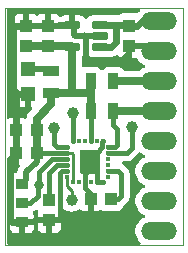
<source format=gbr>
%TF.GenerationSoftware,KiCad,Pcbnew,7.0.1*%
%TF.CreationDate,2023-08-30T00:37:41-03:00*%
%TF.ProjectId,PCB-MPU-9150,5043422d-4d50-4552-9d39-3135302e6b69,rev?*%
%TF.SameCoordinates,Original*%
%TF.FileFunction,Copper,L1,Top*%
%TF.FilePolarity,Positive*%
%FSLAX46Y46*%
G04 Gerber Fmt 4.6, Leading zero omitted, Abs format (unit mm)*
G04 Created by KiCad (PCBNEW 7.0.1) date 2023-08-30 00:37:41*
%MOMM*%
%LPD*%
G01*
G04 APERTURE LIST*
G04 Aperture macros list*
%AMRoundRect*
0 Rectangle with rounded corners*
0 $1 Rounding radius*
0 $2 $3 $4 $5 $6 $7 $8 $9 X,Y pos of 4 corners*
0 Add a 4 corners polygon primitive as box body*
4,1,4,$2,$3,$4,$5,$6,$7,$8,$9,$2,$3,0*
0 Add four circle primitives for the rounded corners*
1,1,$1+$1,$2,$3*
1,1,$1+$1,$4,$5*
1,1,$1+$1,$6,$7*
1,1,$1+$1,$8,$9*
0 Add four rect primitives between the rounded corners*
20,1,$1+$1,$2,$3,$4,$5,0*
20,1,$1+$1,$4,$5,$6,$7,0*
20,1,$1+$1,$6,$7,$8,$9,0*
20,1,$1+$1,$8,$9,$2,$3,0*%
G04 Aperture macros list end*
%TA.AperFunction,SMDPad,CuDef*%
%ADD10R,1.000000X1.100000*%
%TD*%
%TA.AperFunction,SMDPad,CuDef*%
%ADD11R,1.397000X0.889000*%
%TD*%
%TA.AperFunction,SMDPad,CuDef*%
%ADD12R,1.100000X1.000000*%
%TD*%
%TA.AperFunction,SMDPad,CuDef*%
%ADD13RoundRect,0.060000X0.615000X-0.240000X0.615000X0.240000X-0.615000X0.240000X-0.615000X-0.240000X0*%
%TD*%
%TA.AperFunction,SMDPad,CuDef*%
%ADD14R,1.198880X1.198880*%
%TD*%
%TA.AperFunction,SMDPad,CuDef*%
%ADD15R,1.000000X0.889000*%
%TD*%
%TA.AperFunction,SMDPad,CuDef*%
%ADD16R,0.889000X1.397000*%
%TD*%
%TA.AperFunction,SMDPad,CuDef*%
%ADD17R,0.350000X0.400000*%
%TD*%
%TA.AperFunction,SMDPad,CuDef*%
%ADD18R,0.400000X0.350000*%
%TD*%
%TA.AperFunction,ComponentPad*%
%ADD19O,3.016000X1.508000*%
%TD*%
%TA.AperFunction,ViaPad*%
%ADD20C,1.000000*%
%TD*%
%TA.AperFunction,ViaPad*%
%ADD21C,0.800000*%
%TD*%
%TA.AperFunction,Conductor*%
%ADD22C,0.400000*%
%TD*%
%TA.AperFunction,Conductor*%
%ADD23C,0.600000*%
%TD*%
%TA.AperFunction,Conductor*%
%ADD24C,0.500000*%
%TD*%
%TA.AperFunction,Conductor*%
%ADD25C,0.700000*%
%TD*%
%TA.AperFunction,Conductor*%
%ADD26C,0.250000*%
%TD*%
%TA.AperFunction,Profile*%
%ADD27C,0.100000*%
%TD*%
G04 APERTURE END LIST*
D10*
%TO.P,C2,1*%
%TO.N,GND*%
X158600000Y-57950000D03*
%TO.P,C2,2*%
%TO.N,Net-(U1-REGOUT)*%
X158600000Y-56250000D03*
%TD*%
D11*
%TO.P,R3,1*%
%TO.N,+3.3V*%
X158775238Y-47184250D03*
%TO.P,R3,2*%
%TO.N,Net-(LED1-A)*%
X158775238Y-45279250D03*
%TD*%
D12*
%TO.P,C1,1*%
%TO.N,GND*%
X162100000Y-56150000D03*
%TO.P,C1,2*%
%TO.N,Net-(U1-CPOUT)*%
X163800000Y-56150000D03*
%TD*%
D13*
%TO.P,U2,1,VIN*%
%TO.N,VCC*%
X162890238Y-43300000D03*
%TO.P,U2,2,GND*%
%TO.N,GND*%
X162890238Y-42350000D03*
X160520238Y-41400000D03*
%TO.P,U2,3,EN*%
%TO.N,VCC*%
X162890238Y-41400000D03*
%TO.P,U2,5,VOUT*%
%TO.N,+3.3V*%
X160520238Y-43300000D03*
%TD*%
D10*
%TO.P,C5,1*%
%TO.N,GND*%
X156655238Y-41500000D03*
%TO.P,C5,2*%
%TO.N,+3.3V*%
X156655238Y-43200000D03*
%TD*%
D14*
%TO.P,LED1,1,A*%
%TO.N,Net-(LED1-A)*%
X156825238Y-45150980D03*
%TO.P,LED1,2,K*%
%TO.N,GND*%
X156825238Y-47249020D03*
%TD*%
D10*
%TO.P,C7,1*%
%TO.N,VCC*%
X165350000Y-41450000D03*
%TO.P,C7,2*%
%TO.N,GND*%
X165350000Y-43150000D03*
%TD*%
D15*
%TO.P,JP1,1,A*%
%TO.N,GND*%
X156300000Y-58100000D03*
%TO.P,JP1,2,C*%
%TO.N,/AD0*%
X156300000Y-56500000D03*
%TO.P,JP1,3,B*%
%TO.N,+3.3V*%
X156300000Y-54900000D03*
%TD*%
D12*
%TO.P,C4,1*%
%TO.N,+3.3V*%
X157515238Y-52240000D03*
%TO.P,C4,2*%
%TO.N,GND*%
X155815238Y-52240000D03*
%TD*%
D10*
%TO.P,C6,1*%
%TO.N,GND*%
X158515238Y-41500000D03*
%TO.P,C6,2*%
%TO.N,+3.3V*%
X158515238Y-43200000D03*
%TD*%
D12*
%TO.P,C3,1*%
%TO.N,+3.3V*%
X157515238Y-50320000D03*
%TO.P,C3,2*%
%TO.N,GND*%
X155815238Y-50320000D03*
%TD*%
D16*
%TO.P,R1,1*%
%TO.N,+3.3V*%
X162105238Y-48710000D03*
%TO.P,R1,2*%
%TO.N,/SDA*%
X164010238Y-48710000D03*
%TD*%
%TO.P,R2,1*%
%TO.N,+3.3V*%
X162095238Y-46170000D03*
%TO.P,R2,2*%
%TO.N,/SCL*%
X164000238Y-46170000D03*
%TD*%
D17*
%TO.P,U1,1,CLKIN*%
%TO.N,GND*%
X163105238Y-51255000D03*
%TO.P,U1,2,RESV*%
%TO.N,unconnected-(U1-RESV-Pad2)*%
X162605238Y-51255000D03*
%TO.P,U1,3,VDD*%
%TO.N,+3.3V*%
X162105238Y-51255000D03*
%TO.P,U1,4,RESV*%
%TO.N,unconnected-(U1-RESV-Pad4)*%
X161605238Y-51255000D03*
%TO.P,U1,5,RESV*%
%TO.N,unconnected-(U1-RESV-Pad5)*%
X161105238Y-51255000D03*
%TO.P,U1,6,ES_DA*%
%TO.N,/XDA*%
X160605238Y-51255000D03*
D18*
%TO.P,U1,7,ES_CL*%
%TO.N,/XCL*%
X160120238Y-51740000D03*
%TO.P,U1,8,VLOGIC*%
%TO.N,+3.3V*%
X160120238Y-52240000D03*
%TO.P,U1,9,AD0*%
%TO.N,/AD0*%
X160120238Y-52740000D03*
%TO.P,U1,10,REGOUT*%
%TO.N,Net-(U1-REGOUT)*%
X160120238Y-53240000D03*
%TO.P,U1,11,FSYNC*%
%TO.N,GND*%
X160120238Y-53740000D03*
%TO.P,U1,12,INT*%
%TO.N,/INT*%
X160120238Y-54240000D03*
D17*
%TO.P,U1,13,VDD*%
%TO.N,+3.3V*%
X160605238Y-54725000D03*
%TO.P,U1,14,RESV*%
%TO.N,unconnected-(U1-RESV-Pad14)*%
X161105238Y-54725000D03*
%TO.P,U1,15,GND*%
%TO.N,GND*%
X161605238Y-54725000D03*
%TO.P,U1,16,RESV*%
%TO.N,unconnected-(U1-RESV-Pad16)*%
X162105238Y-54725000D03*
%TO.P,U1,17,GND*%
%TO.N,GND*%
X162605238Y-54725000D03*
%TO.P,U1,18,GND*%
X163105238Y-54725000D03*
D18*
%TO.P,U1,19,RESV*%
%TO.N,unconnected-(U1-RESV-Pad19)*%
X163590238Y-54240000D03*
%TO.P,U1,20,CPOUT*%
%TO.N,Net-(U1-CPOUT)*%
X163590238Y-53740000D03*
%TO.P,U1,21,RESV*%
%TO.N,unconnected-(U1-RESV-Pad21)*%
X163590238Y-53240000D03*
%TO.P,U1,22,RESV*%
%TO.N,unconnected-(U1-RESV-Pad22)*%
X163590238Y-52740000D03*
%TO.P,U1,23,SCL*%
%TO.N,/SCL*%
X163590238Y-52240000D03*
%TO.P,U1,24,SDA*%
%TO.N,/SDA*%
X163590238Y-51740000D03*
%TD*%
D19*
%TO.P,P1,1,P1*%
%TO.N,VCC*%
X167895238Y-41090000D03*
%TO.P,P1,2,P2*%
%TO.N,GND*%
X167895238Y-43630000D03*
%TO.P,P1,3,P3*%
%TO.N,/SCL*%
X167895238Y-46170000D03*
%TO.P,P1,4,P4*%
%TO.N,/SDA*%
X167895238Y-48710000D03*
%TO.P,P1,5,P5*%
%TO.N,/XDA*%
X167895238Y-51250000D03*
%TO.P,P1,6,P6*%
%TO.N,/XCL*%
X167895238Y-53790000D03*
%TO.P,P1,7,P7*%
%TO.N,/AD0*%
X167895238Y-56330000D03*
%TO.P,P1,8,P8*%
%TO.N,/INT*%
X167895238Y-58870000D03*
%TD*%
D20*
%TO.N,/SCL*%
X165575238Y-50000000D03*
%TO.N,/XDA*%
X160605238Y-48890000D03*
%TO.N,/XCL*%
X158975238Y-50150000D03*
%TO.N,/INT*%
X160500000Y-56200000D03*
D21*
%TO.N,/AD0*%
X157700000Y-54950000D03*
%TD*%
D22*
%TO.N,GND*%
X163105238Y-51255000D02*
X163090238Y-51270000D01*
X158515238Y-41500000D02*
X160575238Y-41500000D01*
X162600000Y-53689524D02*
X162605238Y-53694762D01*
D23*
X155500000Y-46800000D02*
X155949020Y-47249020D01*
D24*
X161700000Y-44200000D02*
X161700000Y-42450000D01*
X161800000Y-42350000D02*
X162890238Y-42350000D01*
D22*
X161605238Y-54044762D02*
X161605238Y-54725000D01*
D23*
X155815238Y-52240000D02*
X155285238Y-52770000D01*
D22*
X161605238Y-54725000D02*
X161605238Y-55200000D01*
D24*
X165400000Y-43200000D02*
X165350000Y-43150000D01*
X161900000Y-44400000D02*
X161700000Y-44200000D01*
D22*
X162100000Y-55694762D02*
X162100000Y-56150000D01*
X161955238Y-53694762D02*
X161605238Y-54044762D01*
D24*
X160800000Y-42350000D02*
X161800000Y-42350000D01*
D23*
X155815238Y-50320000D02*
X155815238Y-52240000D01*
D24*
X165350000Y-43850000D02*
X164800000Y-44400000D01*
D22*
X163090238Y-51745000D02*
X162600000Y-52235238D01*
D24*
X157450000Y-57950000D02*
X157300000Y-58100000D01*
D23*
X155285238Y-52770000D02*
X155285238Y-57950000D01*
X155685238Y-41500000D02*
X155500000Y-41685238D01*
X155500000Y-41685238D02*
X155500000Y-46800000D01*
D24*
X160665238Y-41590000D02*
X160665238Y-42215238D01*
D23*
X155435238Y-58100000D02*
X156300000Y-58100000D01*
D24*
X161700000Y-42450000D02*
X161800000Y-42350000D01*
D22*
X162605238Y-53694762D02*
X162605238Y-54205238D01*
D24*
X165350000Y-43150000D02*
X165350000Y-43850000D01*
D22*
X162100000Y-56150000D02*
X162100000Y-57450000D01*
X159550000Y-57900000D02*
X159500000Y-57850000D01*
X158515238Y-41500000D02*
X156655238Y-41500000D01*
D24*
X164800000Y-44400000D02*
X161900000Y-44400000D01*
X157300000Y-58100000D02*
X156300000Y-58100000D01*
D22*
X158650000Y-57900000D02*
X158600000Y-57950000D01*
X162600000Y-52235238D02*
X162600000Y-53689524D01*
X159500000Y-57850000D02*
X159500000Y-53900000D01*
X162100000Y-57450000D02*
X161650000Y-57900000D01*
X159500000Y-53900000D02*
X159660000Y-53740000D01*
X162605238Y-53694762D02*
X161955238Y-53694762D01*
X162605238Y-54725000D02*
X162605238Y-54205238D01*
D24*
X167895238Y-43630000D02*
X167465238Y-43200000D01*
D22*
X161605238Y-55200000D02*
X162100000Y-55694762D01*
D24*
X158600000Y-57950000D02*
X157450000Y-57950000D01*
X160665238Y-42215238D02*
X160800000Y-42350000D01*
D22*
X163105238Y-54725000D02*
X162605238Y-54725000D01*
X161650000Y-57900000D02*
X158650000Y-57900000D01*
D23*
X155285238Y-57950000D02*
X155435238Y-58100000D01*
D24*
X167465238Y-43200000D02*
X165400000Y-43200000D01*
D22*
X159660000Y-53740000D02*
X160120238Y-53740000D01*
D23*
X155949020Y-47249020D02*
X155815238Y-47382802D01*
X156655238Y-41500000D02*
X155685238Y-41500000D01*
X155949020Y-47249020D02*
X156825238Y-47249020D01*
X155815238Y-47382802D02*
X155815238Y-50320000D01*
D22*
X163090238Y-51270000D02*
X163090238Y-51745000D01*
%TO.N,Net-(U1-CPOUT)*%
X164385238Y-53740000D02*
X163590238Y-53740000D01*
X164700000Y-55900000D02*
X164700000Y-54054762D01*
X164700000Y-54054762D02*
X164385238Y-53740000D01*
X164450000Y-56150000D02*
X164700000Y-55900000D01*
X163800000Y-56150000D02*
X164450000Y-56150000D01*
%TO.N,Net-(U1-REGOUT)*%
X159260000Y-53240000D02*
X160120238Y-53240000D01*
X158600000Y-53900000D02*
X159260000Y-53240000D01*
X158600000Y-56250000D02*
X158600000Y-53900000D01*
D25*
%TO.N,+3.3V*%
X157515238Y-50320000D02*
X157515238Y-52240000D01*
X158515238Y-43200000D02*
X160420238Y-43200000D01*
X162090988Y-47184250D02*
X160545238Y-47184250D01*
X158775238Y-48090000D02*
X157515238Y-49350000D01*
X160520238Y-47159250D02*
X160545238Y-47184250D01*
X162095238Y-47180000D02*
X162090988Y-47184250D01*
X162095238Y-48700000D02*
X162105238Y-48710000D01*
X156655238Y-43200000D02*
X158515238Y-43200000D01*
X158775238Y-47184250D02*
X158775238Y-48090000D01*
X160520238Y-43300000D02*
X160520238Y-47159250D01*
D24*
X156650000Y-54550000D02*
X156650000Y-53850000D01*
D26*
X160540000Y-52240000D02*
X160120238Y-52240000D01*
D25*
X157515238Y-49350000D02*
X157515238Y-50320000D01*
D24*
X157515238Y-52984762D02*
X157515238Y-52240000D01*
D26*
X160605238Y-52305238D02*
X160540000Y-52240000D01*
D25*
X162095238Y-46170000D02*
X162095238Y-47180000D01*
D24*
X156650000Y-53850000D02*
X157515238Y-52984762D01*
D22*
X162105238Y-51255000D02*
X162105238Y-48710000D01*
D25*
X160545238Y-47184250D02*
X158775238Y-47184250D01*
D26*
X160605238Y-54725000D02*
X160605238Y-52305238D01*
D22*
X157515238Y-52240000D02*
X160120238Y-52240000D01*
D24*
X156300000Y-54900000D02*
X156650000Y-54550000D01*
D25*
X162095238Y-47180000D02*
X162095238Y-48700000D01*
X160420238Y-43200000D02*
X160520238Y-43300000D01*
D23*
%TO.N,VCC*%
X166050000Y-41450000D02*
X165350000Y-41450000D01*
X163800000Y-43300000D02*
X162890238Y-43300000D01*
X164250000Y-42850000D02*
X163800000Y-43300000D01*
X165300000Y-41400000D02*
X165350000Y-41450000D01*
X167895238Y-41090000D02*
X166410000Y-41090000D01*
X162890238Y-41400000D02*
X164250000Y-41400000D01*
X164250000Y-41400000D02*
X164250000Y-42850000D01*
X164250000Y-41400000D02*
X165300000Y-41400000D01*
X166410000Y-41090000D02*
X166050000Y-41450000D01*
D24*
%TO.N,Net-(LED1-A)*%
X158646968Y-45150980D02*
X158775238Y-45279250D01*
X156825238Y-45150980D02*
X158646968Y-45150980D01*
D22*
%TO.N,/SCL*%
X165575238Y-51810000D02*
X165145238Y-52240000D01*
D25*
X165575238Y-46170000D02*
X164000238Y-46170000D01*
D22*
X165145238Y-52240000D02*
X163590238Y-52240000D01*
D25*
X167895238Y-46170000D02*
X165575238Y-46170000D01*
D22*
X165575238Y-50000000D02*
X165575238Y-51810000D01*
D25*
%TO.N,/SDA*%
X167895238Y-48710000D02*
X164010238Y-48710000D01*
D22*
X164145238Y-51740000D02*
X163590238Y-51740000D01*
X164355238Y-51530000D02*
X164355238Y-50240000D01*
X164355238Y-50240000D02*
X164010238Y-49895000D01*
X164145238Y-51740000D02*
X164355238Y-51530000D01*
X164010238Y-49895000D02*
X164010238Y-48710000D01*
%TO.N,/XDA*%
X160605238Y-51255000D02*
X160605238Y-48890000D01*
D25*
%TO.N,/XCL*%
X167895238Y-53790000D02*
X167065238Y-53790000D01*
D22*
X158975238Y-51460000D02*
X158975238Y-50150000D01*
X159255238Y-51740000D02*
X158975238Y-51460000D01*
X160120238Y-51740000D02*
X159255238Y-51740000D01*
D26*
%TO.N,/INT*%
X160120238Y-55070238D02*
X160120238Y-54240000D01*
X160500000Y-56200000D02*
X160500000Y-55450000D01*
X160500000Y-55450000D02*
X160120238Y-55070238D01*
D22*
%TO.N,/AD0*%
X157700000Y-53850000D02*
X158810000Y-52740000D01*
X157700000Y-54950000D02*
X157700000Y-53850000D01*
X157700000Y-54950000D02*
X157650000Y-55000000D01*
X157650000Y-55000000D02*
X157650000Y-55850000D01*
X157000000Y-56500000D02*
X156300000Y-56500000D01*
X158810000Y-52740000D02*
X160120238Y-52740000D01*
X157650000Y-55850000D02*
X157000000Y-56500000D01*
%TD*%
%TA.AperFunction,Conductor*%
%TO.N,GND*%
G36*
X166212968Y-40013764D02*
G01*
X166256830Y-40050717D01*
X166279371Y-40103455D01*
X166275770Y-40160695D01*
X166246798Y-40210189D01*
X166156466Y-40304670D01*
X166156463Y-40304673D01*
X166148756Y-40312735D01*
X166148728Y-40312708D01*
X166129964Y-40333005D01*
X166094704Y-40352234D01*
X166060477Y-40364210D01*
X166028070Y-40384573D01*
X166015878Y-40391309D01*
X166012292Y-40393035D01*
X165945261Y-40404594D01*
X165902711Y-40400020D01*
X165897872Y-40399500D01*
X164802130Y-40399500D01*
X164742515Y-40405909D01*
X164624303Y-40450000D01*
X164607669Y-40456204D01*
X164492454Y-40542454D01*
X164486946Y-40549811D01*
X164443185Y-40586384D01*
X164387680Y-40599500D01*
X164301915Y-40599500D01*
X164288032Y-40598720D01*
X164283591Y-40598219D01*
X164250000Y-40594434D01*
X164216408Y-40598219D01*
X164211967Y-40598720D01*
X164198085Y-40599500D01*
X162238494Y-40599500D01*
X162128919Y-40613924D01*
X161992568Y-40670403D01*
X161875482Y-40760246D01*
X161803144Y-40854519D01*
X161759454Y-40890323D01*
X161704415Y-40903031D01*
X161649450Y-40890009D01*
X161605965Y-40853956D01*
X161534943Y-40760297D01*
X161412278Y-40667280D01*
X161269073Y-40610806D01*
X161179085Y-40600000D01*
X160770238Y-40600000D01*
X160770238Y-41526000D01*
X160753625Y-41588000D01*
X160708238Y-41633387D01*
X160646238Y-41650000D01*
X159555238Y-41650000D01*
X159546453Y-41658784D01*
X159538625Y-41688000D01*
X159493238Y-41733387D01*
X159431238Y-41750000D01*
X155655238Y-41750000D01*
X155655238Y-42097824D01*
X155661640Y-42157375D01*
X155717056Y-42305951D01*
X155724874Y-42349285D01*
X155717056Y-42392619D01*
X155711443Y-42407667D01*
X155711442Y-42407669D01*
X155661147Y-42542517D01*
X155655675Y-42593419D01*
X155654738Y-42602130D01*
X155654738Y-43797869D01*
X155659922Y-43846091D01*
X155661147Y-43857483D01*
X155711442Y-43992331D01*
X155781089Y-44085367D01*
X155808376Y-44121818D01*
X155805459Y-44124001D01*
X155824790Y-44148576D01*
X155833930Y-44212114D01*
X155810074Y-44271708D01*
X155782003Y-44309206D01*
X155731707Y-44444056D01*
X155725298Y-44503670D01*
X155725298Y-45798289D01*
X155731707Y-45857904D01*
X155756854Y-45925327D01*
X155782002Y-45992751D01*
X155868252Y-46107966D01*
X155878936Y-46122238D01*
X155877571Y-46123259D01*
X155895580Y-46144810D01*
X155908695Y-46200310D01*
X155895583Y-46255809D01*
X155877846Y-46277036D01*
X155879293Y-46278119D01*
X155782445Y-46407490D01*
X155732200Y-46542204D01*
X155725798Y-46601756D01*
X155725798Y-46999020D01*
X156951238Y-46999020D01*
X157013238Y-47015633D01*
X157058625Y-47061020D01*
X157075238Y-47123020D01*
X157075238Y-48348460D01*
X157106932Y-48380154D01*
X157139026Y-48435742D01*
X157139026Y-48499929D01*
X157106933Y-48555514D01*
X157022735Y-48639713D01*
X156941848Y-48720600D01*
X156934446Y-48727424D01*
X156894136Y-48761664D01*
X156846160Y-48824773D01*
X156844097Y-48827412D01*
X156794324Y-48889335D01*
X156782236Y-48908824D01*
X156782184Y-48908935D01*
X156782184Y-48908936D01*
X156772340Y-48930214D01*
X156748882Y-48980916D01*
X156747432Y-48983941D01*
X156712146Y-49055090D01*
X156704531Y-49076719D01*
X156687457Y-49154283D01*
X156686691Y-49157549D01*
X156664301Y-49247586D01*
X156661627Y-49246921D01*
X156652566Y-49280343D01*
X156613214Y-49323448D01*
X156558502Y-49343775D01*
X156500552Y-49336822D01*
X156472615Y-49326402D01*
X156413062Y-49320000D01*
X156065238Y-49320000D01*
X156065238Y-53251330D01*
X156079569Y-53275338D01*
X156082216Y-53335976D01*
X156055768Y-53390607D01*
X156017894Y-53435744D01*
X156007418Y-53452187D01*
X155975192Y-53521294D01*
X155973622Y-53524536D01*
X155939393Y-53592692D01*
X155932996Y-53611098D01*
X155917573Y-53685788D01*
X155916793Y-53689305D01*
X155899208Y-53763505D01*
X155897229Y-53782878D01*
X155897436Y-53789982D01*
X155898456Y-53825056D01*
X155898525Y-53827395D01*
X155883146Y-53890907D01*
X155837615Y-53937782D01*
X155774577Y-53955001D01*
X155752128Y-53955001D01*
X155722322Y-53958204D01*
X155692515Y-53961409D01*
X155557669Y-54011704D01*
X155442454Y-54097954D01*
X155356204Y-54213168D01*
X155305909Y-54348016D01*
X155299500Y-54407630D01*
X155299500Y-55392369D01*
X155305909Y-55451984D01*
X155356204Y-55586832D01*
X155385293Y-55625690D01*
X155407192Y-55673642D01*
X155407192Y-55726358D01*
X155385293Y-55774310D01*
X155356205Y-55813166D01*
X155307928Y-55942605D01*
X155305909Y-55948017D01*
X155299735Y-56005446D01*
X155299500Y-56007630D01*
X155299500Y-56992369D01*
X155305909Y-57051984D01*
X155326814Y-57108033D01*
X155356204Y-57186831D01*
X155370060Y-57205340D01*
X155385605Y-57226105D01*
X155407504Y-57274057D01*
X155407504Y-57326773D01*
X155385606Y-57374725D01*
X155356648Y-57413408D01*
X155306402Y-57548124D01*
X155300000Y-57607676D01*
X155300000Y-57850000D01*
X157300000Y-57850000D01*
X157300000Y-57607676D01*
X157293597Y-57548124D01*
X157243351Y-57413408D01*
X157214394Y-57374726D01*
X157192495Y-57326774D01*
X157192495Y-57274058D01*
X157214391Y-57226110D01*
X157243796Y-57186831D01*
X157243797Y-57186826D01*
X157253669Y-57173640D01*
X157308964Y-57132010D01*
X157327930Y-57124818D01*
X157336270Y-57119060D01*
X157355819Y-57108035D01*
X157365057Y-57103878D01*
X157412413Y-57066775D01*
X157418404Y-57062366D01*
X157462891Y-57031660D01*
X157521226Y-57010304D01*
X157582600Y-57019922D01*
X157631607Y-57058100D01*
X157655947Y-57115256D01*
X157649510Y-57177045D01*
X157606402Y-57292622D01*
X157600000Y-57352176D01*
X157600000Y-57700000D01*
X159600000Y-57700000D01*
X159600000Y-57352176D01*
X159593597Y-57292624D01*
X159538182Y-57144049D01*
X159530364Y-57100715D01*
X159538182Y-57057382D01*
X159546190Y-57035912D01*
X159578845Y-56948359D01*
X159616147Y-56896017D01*
X159674645Y-56869380D01*
X159738619Y-56875609D01*
X159778708Y-56904314D01*
X159779677Y-56903135D01*
X159789115Y-56910880D01*
X159789117Y-56910883D01*
X159941462Y-57035910D01*
X160115273Y-57128814D01*
X160303868Y-57186024D01*
X160500000Y-57205341D01*
X160696132Y-57186024D01*
X160884727Y-57128814D01*
X161058538Y-57035910D01*
X161065742Y-57029997D01*
X161114454Y-57005522D01*
X161168959Y-57004305D01*
X161218718Y-57026583D01*
X161307910Y-57093352D01*
X161442624Y-57143597D01*
X161502176Y-57150000D01*
X161850000Y-57150000D01*
X161850000Y-56024000D01*
X161866613Y-55962000D01*
X161912000Y-55916613D01*
X161974000Y-55900000D01*
X162226000Y-55900000D01*
X162288000Y-55916613D01*
X162333387Y-55962000D01*
X162350000Y-56024000D01*
X162350000Y-57150000D01*
X162697824Y-57150000D01*
X162757375Y-57143597D01*
X162905951Y-57088182D01*
X162949285Y-57080364D01*
X162992619Y-57088182D01*
X163007667Y-57093794D01*
X163007669Y-57093796D01*
X163142517Y-57144091D01*
X163202127Y-57150500D01*
X164397872Y-57150499D01*
X164457483Y-57144091D01*
X164592331Y-57093796D01*
X164707546Y-57007546D01*
X164793796Y-56892331D01*
X164844091Y-56757483D01*
X164844091Y-56757481D01*
X164844688Y-56755881D01*
X164863050Y-56723009D01*
X164890431Y-56697163D01*
X164917929Y-56678183D01*
X164957823Y-56633150D01*
X164962924Y-56627731D01*
X165177731Y-56412924D01*
X165183151Y-56407822D01*
X165228183Y-56367929D01*
X165262358Y-56318416D01*
X165266779Y-56312407D01*
X165303877Y-56265057D01*
X165308033Y-56255820D01*
X165319058Y-56236273D01*
X165324818Y-56227930D01*
X165346154Y-56171668D01*
X165349014Y-56164766D01*
X165373694Y-56109932D01*
X165375519Y-56099971D01*
X165381545Y-56078348D01*
X165385140Y-56068872D01*
X165392389Y-56009165D01*
X165393516Y-56001762D01*
X165404357Y-55942606D01*
X165400726Y-55882577D01*
X165400500Y-55875090D01*
X165400500Y-54079683D01*
X165400726Y-54072196D01*
X165400927Y-54068864D01*
X165404358Y-54012156D01*
X165393507Y-53952947D01*
X165392390Y-53945603D01*
X165385140Y-53885890D01*
X165381547Y-53876418D01*
X165375522Y-53854806D01*
X165373695Y-53844831D01*
X165349009Y-53789982D01*
X165346152Y-53783088D01*
X165324818Y-53726832D01*
X165324816Y-53726830D01*
X165324816Y-53726828D01*
X165319062Y-53718493D01*
X165308033Y-53698939D01*
X165303878Y-53689706D01*
X165266780Y-53642353D01*
X165262352Y-53636335D01*
X165228184Y-53586834D01*
X165228183Y-53586833D01*
X165183153Y-53546940D01*
X165177715Y-53541820D01*
X164898178Y-53262283D01*
X164893060Y-53256847D01*
X164853167Y-53211817D01*
X164803670Y-53177651D01*
X164797645Y-53173217D01*
X164783471Y-53162113D01*
X164746260Y-53114024D01*
X164736384Y-53054026D01*
X164756218Y-52996548D01*
X164800992Y-52955408D01*
X164859941Y-52940500D01*
X165120317Y-52940500D01*
X165127804Y-52940726D01*
X165130944Y-52940915D01*
X165187844Y-52944358D01*
X165247020Y-52933513D01*
X165254419Y-52932387D01*
X165314110Y-52925140D01*
X165323573Y-52921550D01*
X165345196Y-52915522D01*
X165355170Y-52913695D01*
X165410046Y-52888996D01*
X165416911Y-52886152D01*
X165473168Y-52864818D01*
X165481508Y-52859060D01*
X165501057Y-52848035D01*
X165510295Y-52843878D01*
X165557651Y-52806775D01*
X165563658Y-52802355D01*
X165613167Y-52768183D01*
X165653061Y-52723150D01*
X165658162Y-52717731D01*
X166052969Y-52322924D01*
X166058388Y-52317823D01*
X166103421Y-52277929D01*
X166137615Y-52228389D01*
X166142006Y-52222423D01*
X166144858Y-52218781D01*
X166198229Y-52179422D01*
X166264255Y-52173195D01*
X166324046Y-52201885D01*
X166400879Y-52269013D01*
X166594730Y-52384834D01*
X166645169Y-52403764D01*
X166692748Y-52435788D01*
X166720828Y-52485797D01*
X166723402Y-52543092D01*
X166699917Y-52595417D01*
X166655400Y-52631577D01*
X166495203Y-52708723D01*
X166312520Y-52841450D01*
X166312517Y-52841452D01*
X166312517Y-52841453D01*
X166306752Y-52847483D01*
X166156463Y-53004673D01*
X166032064Y-53193130D01*
X165943314Y-53400769D01*
X165893066Y-53620924D01*
X165882934Y-53846508D01*
X165913247Y-54070282D01*
X165983026Y-54285041D01*
X166090034Y-54483895D01*
X166228346Y-54657331D01*
X166230827Y-54660442D01*
X166400881Y-54809014D01*
X166400883Y-54809015D01*
X166594730Y-54924834D01*
X166645169Y-54943764D01*
X166692748Y-54975788D01*
X166720828Y-55025797D01*
X166723402Y-55083092D01*
X166699917Y-55135417D01*
X166655400Y-55171577D01*
X166495203Y-55248723D01*
X166312520Y-55381450D01*
X166312517Y-55381452D01*
X166312517Y-55381453D01*
X166270405Y-55425499D01*
X166156463Y-55544673D01*
X166032064Y-55733130D01*
X165943314Y-55940769D01*
X165893066Y-56160924D01*
X165882934Y-56386508D01*
X165913247Y-56610282D01*
X165983026Y-56825041D01*
X166090034Y-57023895D01*
X166230825Y-57200440D01*
X166230827Y-57200442D01*
X166400881Y-57349014D01*
X166443914Y-57374725D01*
X166594730Y-57464834D01*
X166645169Y-57483764D01*
X166692748Y-57515788D01*
X166720828Y-57565797D01*
X166723402Y-57623092D01*
X166699917Y-57675417D01*
X166655400Y-57711577D01*
X166495203Y-57788723D01*
X166312520Y-57921450D01*
X166156463Y-58084673D01*
X166032064Y-58273130D01*
X165943314Y-58480769D01*
X165893066Y-58700924D01*
X165882934Y-58926508D01*
X165913247Y-59150282D01*
X165983026Y-59365041D01*
X166090034Y-59563895D01*
X166230827Y-59740442D01*
X166278530Y-59782119D01*
X166312643Y-59830889D01*
X166320103Y-59889936D01*
X166299190Y-59945658D01*
X166254723Y-59985217D01*
X166196946Y-59999500D01*
X155124000Y-59999500D01*
X155062000Y-59982887D01*
X155016613Y-59937500D01*
X155000000Y-59875500D01*
X155000000Y-58350000D01*
X155300000Y-58350000D01*
X155300000Y-58592324D01*
X155306402Y-58651875D01*
X155356647Y-58786589D01*
X155442811Y-58901688D01*
X155557910Y-58987852D01*
X155692624Y-59038097D01*
X155752176Y-59044500D01*
X156050000Y-59044500D01*
X156050000Y-58350000D01*
X156550000Y-58350000D01*
X156550000Y-59044500D01*
X156847824Y-59044500D01*
X156907375Y-59038097D01*
X157042089Y-58987852D01*
X157157188Y-58901688D01*
X157243352Y-58786589D01*
X157293597Y-58651875D01*
X157300000Y-58592324D01*
X157300000Y-58350000D01*
X156550000Y-58350000D01*
X156050000Y-58350000D01*
X155300000Y-58350000D01*
X155000000Y-58350000D01*
X155000000Y-58200000D01*
X157600000Y-58200000D01*
X157600000Y-58547824D01*
X157606402Y-58607375D01*
X157656647Y-58742089D01*
X157742811Y-58857188D01*
X157857910Y-58943352D01*
X157992624Y-58993597D01*
X158052176Y-59000000D01*
X158350000Y-59000000D01*
X158350000Y-58200000D01*
X158850000Y-58200000D01*
X158850000Y-59000000D01*
X159147824Y-59000000D01*
X159207375Y-58993597D01*
X159342089Y-58943352D01*
X159457188Y-58857188D01*
X159543352Y-58742089D01*
X159593597Y-58607375D01*
X159600000Y-58547824D01*
X159600000Y-58200000D01*
X158850000Y-58200000D01*
X158350000Y-58200000D01*
X157600000Y-58200000D01*
X155000000Y-58200000D01*
X155000000Y-53353313D01*
X155014123Y-53295840D01*
X155053276Y-53251459D01*
X155108540Y-53230281D01*
X155142132Y-53234193D01*
X155142376Y-53231933D01*
X155217414Y-53240000D01*
X155565238Y-53240000D01*
X155565238Y-49320000D01*
X155217414Y-49320000D01*
X155142376Y-49328067D01*
X155142132Y-49325806D01*
X155108540Y-49329719D01*
X155053276Y-49308541D01*
X155014123Y-49264160D01*
X155000000Y-49206687D01*
X155000000Y-47499020D01*
X155725798Y-47499020D01*
X155725798Y-47896284D01*
X155732200Y-47955835D01*
X155782445Y-48090549D01*
X155868609Y-48205648D01*
X155983708Y-48291812D01*
X156118422Y-48342057D01*
X156177974Y-48348460D01*
X156575238Y-48348460D01*
X156575238Y-47499020D01*
X155725798Y-47499020D01*
X155000000Y-47499020D01*
X155000000Y-41250000D01*
X155655238Y-41250000D01*
X156405238Y-41250000D01*
X156405238Y-40450000D01*
X156905238Y-40450000D01*
X156905238Y-41250000D01*
X158265238Y-41250000D01*
X158265238Y-40450000D01*
X158765238Y-40450000D01*
X158765238Y-41250000D01*
X159305238Y-41250000D01*
X159314022Y-41241215D01*
X159321851Y-41212000D01*
X159367238Y-41166613D01*
X159429238Y-41150000D01*
X160270238Y-41150000D01*
X160270238Y-40600001D01*
X159861399Y-40600001D01*
X159771400Y-40610807D01*
X159628194Y-40667281D01*
X159600021Y-40688645D01*
X159540327Y-40712901D01*
X159476520Y-40703929D01*
X159425831Y-40664150D01*
X159372428Y-40592812D01*
X159257327Y-40506647D01*
X159122613Y-40456402D01*
X159063062Y-40450000D01*
X158765238Y-40450000D01*
X158265238Y-40450000D01*
X157967414Y-40450000D01*
X157907862Y-40456402D01*
X157773148Y-40506647D01*
X157659549Y-40591688D01*
X157611596Y-40613587D01*
X157558880Y-40613587D01*
X157510927Y-40591688D01*
X157397327Y-40506647D01*
X157262613Y-40456402D01*
X157203062Y-40450000D01*
X156905238Y-40450000D01*
X156405238Y-40450000D01*
X156107414Y-40450000D01*
X156047862Y-40456402D01*
X155913148Y-40506647D01*
X155798049Y-40592811D01*
X155711885Y-40707910D01*
X155661640Y-40842624D01*
X155655238Y-40902176D01*
X155655238Y-41250000D01*
X155000000Y-41250000D01*
X155000000Y-40124500D01*
X155016613Y-40062500D01*
X155062000Y-40017113D01*
X155124000Y-40000500D01*
X166157170Y-40000500D01*
X166212968Y-40013764D01*
G37*
%TD.AperFunction*%
%TA.AperFunction,Conductor*%
G36*
X161382365Y-51955500D02*
G01*
X161828110Y-51955499D01*
X161828112Y-51955499D01*
X161841980Y-51954008D01*
X161868488Y-51954008D01*
X161882365Y-51955500D01*
X162005739Y-51955499D01*
X162005747Y-51955500D01*
X162020182Y-51955500D01*
X162190294Y-51955500D01*
X162204728Y-51955500D01*
X162204736Y-51955499D01*
X162328113Y-51955499D01*
X162341980Y-51954008D01*
X162368488Y-51954008D01*
X162382365Y-51955500D01*
X162765738Y-51955499D01*
X162827738Y-51972112D01*
X162873125Y-52017499D01*
X162889738Y-52079499D01*
X162889738Y-52462870D01*
X162891230Y-52476750D01*
X162891230Y-52503241D01*
X162889738Y-52517128D01*
X162889738Y-52962870D01*
X162891230Y-52976750D01*
X162891230Y-53003241D01*
X162889738Y-53017128D01*
X162889738Y-53462870D01*
X162891230Y-53476750D01*
X162891230Y-53503241D01*
X162890534Y-53509719D01*
X162889738Y-53517127D01*
X162889738Y-53654942D01*
X162889738Y-53654944D01*
X162889738Y-53825056D01*
X162889738Y-53825058D01*
X162889738Y-53890907D01*
X162889739Y-53900998D01*
X162873127Y-53962999D01*
X162827739Y-54008387D01*
X162785545Y-54019692D01*
X162780238Y-54025000D01*
X162780238Y-54026373D01*
X162761733Y-54091540D01*
X162711742Y-54137257D01*
X162645185Y-54149879D01*
X162581928Y-54125640D01*
X162522569Y-54081204D01*
X162490223Y-54069139D01*
X162445878Y-54040640D01*
X162430238Y-54025000D01*
X162382411Y-54025000D01*
X162370831Y-54026244D01*
X162344339Y-54026243D01*
X162328117Y-54024500D01*
X161882363Y-54024500D01*
X161866143Y-54026244D01*
X161839644Y-54026244D01*
X161828069Y-54025000D01*
X161780237Y-54025000D01*
X161764596Y-54040641D01*
X161720250Y-54069140D01*
X161687907Y-54081203D01*
X161679547Y-54087462D01*
X161631596Y-54109360D01*
X161578880Y-54109360D01*
X161530929Y-54087462D01*
X161522571Y-54081205D01*
X161522569Y-54081204D01*
X161490223Y-54069139D01*
X161445878Y-54040640D01*
X161430238Y-54025000D01*
X161382411Y-54025000D01*
X161370831Y-54026244D01*
X161344382Y-54026248D01*
X161341534Y-54025943D01*
X161285263Y-54005358D01*
X161245214Y-53960791D01*
X161230738Y-53902648D01*
X161230738Y-52387978D01*
X161233001Y-52367474D01*
X161231668Y-52325058D01*
X161230799Y-52297382D01*
X161230738Y-52293488D01*
X161230738Y-52265895D01*
X161230738Y-52265888D01*
X161230233Y-52261891D01*
X161229318Y-52250261D01*
X161227947Y-52206610D01*
X161222357Y-52187372D01*
X161218412Y-52168320D01*
X161215902Y-52148444D01*
X161206678Y-52125149D01*
X161198718Y-52065894D01*
X161219410Y-52009802D01*
X161263945Y-51969912D01*
X161321969Y-51955499D01*
X161328113Y-51955499D01*
X161341980Y-51954008D01*
X161368488Y-51954008D01*
X161382365Y-51955500D01*
G37*
%TD.AperFunction*%
%TA.AperFunction,Conductor*%
G36*
X165538000Y-42916613D02*
G01*
X165583387Y-42962000D01*
X165600000Y-43024000D01*
X165600000Y-44200000D01*
X165897823Y-44200000D01*
X165934108Y-44196099D01*
X165982540Y-44200483D01*
X166025561Y-44223155D01*
X166056556Y-44260627D01*
X166090453Y-44323616D01*
X166231190Y-44500097D01*
X166401172Y-44648605D01*
X166594950Y-44764383D01*
X166645791Y-44783464D01*
X166693370Y-44815488D01*
X166721450Y-44865497D01*
X166724024Y-44922792D01*
X166700540Y-44975117D01*
X166656022Y-45011277D01*
X166495203Y-45088723D01*
X166312516Y-45221453D01*
X166255400Y-45281192D01*
X166214509Y-45309522D01*
X166165774Y-45319500D01*
X165667735Y-45319500D01*
X165008320Y-45319500D01*
X164959507Y-45309488D01*
X164918577Y-45281070D01*
X164892138Y-45238833D01*
X164889597Y-45232020D01*
X164888534Y-45229169D01*
X164802284Y-45113954D01*
X164687069Y-45027704D01*
X164552221Y-44977409D01*
X164492611Y-44971000D01*
X164492607Y-44971000D01*
X163507868Y-44971000D01*
X163448253Y-44977409D01*
X163313407Y-45027704D01*
X163198191Y-45113954D01*
X163147005Y-45182331D01*
X163103242Y-45218904D01*
X163047738Y-45232020D01*
X162992234Y-45218904D01*
X162948471Y-45182331D01*
X162897284Y-45113954D01*
X162782069Y-45027704D01*
X162647221Y-44977409D01*
X162587611Y-44971000D01*
X162587607Y-44971000D01*
X161602868Y-44971000D01*
X161543253Y-44977409D01*
X161538069Y-44979343D01*
X161479283Y-44986193D01*
X161424017Y-44965015D01*
X161384862Y-44920634D01*
X161370738Y-44863160D01*
X161370738Y-44126940D01*
X161383526Y-44072096D01*
X161419252Y-44028564D01*
X161534992Y-43939754D01*
X161606862Y-43846091D01*
X161650394Y-43810365D01*
X161705238Y-43797577D01*
X161760082Y-43810365D01*
X161803614Y-43846091D01*
X161875483Y-43939754D01*
X161928734Y-43980614D01*
X161992569Y-44029596D01*
X162128918Y-44086074D01*
X162238497Y-44100500D01*
X162833001Y-44100499D01*
X162833011Y-44100500D01*
X162845284Y-44100500D01*
X163709806Y-44100500D01*
X163844954Y-44100500D01*
X163890194Y-44100500D01*
X163890195Y-44100500D01*
X163901009Y-44098031D01*
X163927520Y-44091980D01*
X163941197Y-44089655D01*
X163979255Y-44085368D01*
X164015399Y-44072720D01*
X164028721Y-44068882D01*
X164066061Y-44060360D01*
X164100549Y-44043750D01*
X164113391Y-44038431D01*
X164149522Y-44025789D01*
X164181932Y-44005423D01*
X164194103Y-43998697D01*
X164228587Y-43982091D01*
X164258523Y-43958216D01*
X164269857Y-43950176D01*
X164270264Y-43949920D01*
X164328227Y-43931182D01*
X164388120Y-43942308D01*
X164435487Y-43980614D01*
X164492809Y-44057187D01*
X164607910Y-44143352D01*
X164742624Y-44193597D01*
X164802176Y-44200000D01*
X165100000Y-44200000D01*
X165100000Y-43024000D01*
X165116613Y-42962000D01*
X165162000Y-42916613D01*
X165224000Y-42900000D01*
X165476000Y-42900000D01*
X165538000Y-42916613D01*
G37*
%TD.AperFunction*%
%TA.AperFunction,Conductor*%
G36*
X161629473Y-42033895D02*
G01*
X161679642Y-42064404D01*
X161715238Y-42100000D01*
X161911906Y-42100000D01*
X161951764Y-42106581D01*
X161987392Y-42125624D01*
X161990752Y-42128201D01*
X161992569Y-42129596D01*
X162128918Y-42186074D01*
X162238497Y-42200500D01*
X162833001Y-42200499D01*
X162833011Y-42200500D01*
X162845284Y-42200500D01*
X163016238Y-42200500D01*
X163078238Y-42217113D01*
X163123625Y-42262500D01*
X163140238Y-42324500D01*
X163140238Y-42375500D01*
X163123625Y-42437500D01*
X163078238Y-42482887D01*
X163016238Y-42499500D01*
X162238494Y-42499500D01*
X162128919Y-42513924D01*
X161992568Y-42570404D01*
X161987392Y-42574376D01*
X161951764Y-42593419D01*
X161911906Y-42600000D01*
X161715239Y-42600000D01*
X161679786Y-42635453D01*
X161629392Y-42666032D01*
X161570573Y-42669887D01*
X161516619Y-42646147D01*
X161417907Y-42570404D01*
X161417906Y-42570403D01*
X161281558Y-42513926D01*
X161208505Y-42504308D01*
X161171980Y-42499500D01*
X161171979Y-42499500D01*
X160949958Y-42499500D01*
X160908782Y-42492464D01*
X160893630Y-42484033D01*
X160893076Y-42485152D01*
X160881125Y-42479225D01*
X160861410Y-42466996D01*
X160795577Y-42436538D01*
X160745010Y-42393586D01*
X160723826Y-42330712D01*
X160738089Y-42265916D01*
X160783715Y-42217749D01*
X160847644Y-42199999D01*
X161179077Y-42199999D01*
X161269075Y-42189192D01*
X161412279Y-42132719D01*
X161517036Y-42053281D01*
X161570893Y-42029888D01*
X161629473Y-42033895D01*
G37*
%TD.AperFunction*%
%TD*%
D27*
X154885238Y-60000000D02*
X154885238Y-40000000D01*
X169885238Y-60000000D02*
X169885238Y-40000000D01*
X154885238Y-54825000D02*
X154885238Y-45175000D01*
X154885238Y-40000000D02*
X169885238Y-40000000D01*
X154885238Y-60000000D02*
X169885238Y-60000000D01*
M02*

</source>
